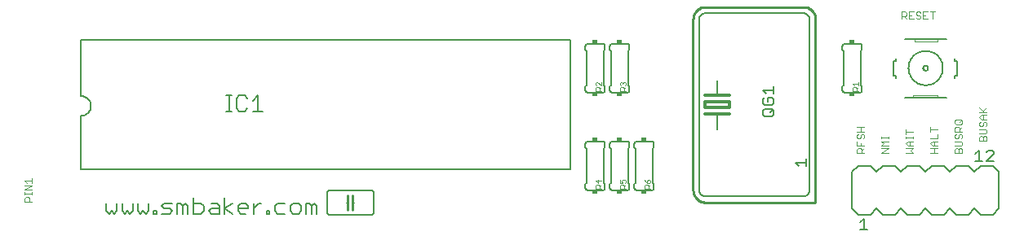
<source format=gto>
G75*
%MOIN*%
%OFA0B0*%
%FSLAX24Y24*%
%IPPOS*%
%LPD*%
%AMOC8*
5,1,8,0,0,1.08239X$1,22.5*
%
%ADD10C,0.0030*%
%ADD11C,0.0060*%
%ADD12C,0.0050*%
%ADD13R,0.0200X0.0150*%
%ADD14C,0.0020*%
%ADD15C,0.0100*%
%ADD16C,0.0120*%
D10*
X000875Y003695D02*
X000875Y003840D01*
X000923Y003888D01*
X001020Y003888D01*
X001068Y003840D01*
X001068Y003695D01*
X001165Y003695D02*
X000875Y003695D01*
X000875Y003990D02*
X000875Y004086D01*
X000875Y004038D02*
X001165Y004038D01*
X001165Y003990D02*
X001165Y004086D01*
X001165Y004186D02*
X000875Y004186D01*
X001165Y004380D01*
X000875Y004380D01*
X000972Y004481D02*
X000875Y004577D01*
X001165Y004577D01*
X001165Y004481D02*
X001165Y004674D01*
X034875Y005695D02*
X034875Y005840D01*
X034923Y005888D01*
X035020Y005888D01*
X035068Y005840D01*
X035068Y005695D01*
X035068Y005792D02*
X035165Y005888D01*
X035165Y005990D02*
X034875Y005990D01*
X034875Y006183D01*
X034923Y006284D02*
X034972Y006284D01*
X035020Y006333D01*
X035020Y006429D01*
X035068Y006478D01*
X035117Y006478D01*
X035165Y006429D01*
X035165Y006333D01*
X035117Y006284D01*
X034923Y006284D02*
X034875Y006333D01*
X034875Y006429D01*
X034923Y006478D01*
X034875Y006579D02*
X035165Y006579D01*
X035020Y006579D02*
X035020Y006772D01*
X034875Y006772D02*
X035165Y006772D01*
X035875Y006381D02*
X035875Y006284D01*
X035875Y006333D02*
X036165Y006333D01*
X036165Y006381D02*
X036165Y006284D01*
X036165Y006183D02*
X035875Y006183D01*
X035972Y006086D01*
X035875Y005990D01*
X036165Y005990D01*
X036165Y005888D02*
X035875Y005888D01*
X035875Y005695D02*
X036165Y005888D01*
X036165Y005695D02*
X035875Y005695D01*
X035165Y005695D02*
X034875Y005695D01*
X035020Y005990D02*
X035020Y006086D01*
X036875Y006086D02*
X036972Y005990D01*
X037165Y005990D01*
X037165Y005888D02*
X036875Y005888D01*
X037020Y005990D02*
X037020Y006183D01*
X036972Y006183D02*
X037165Y006183D01*
X037165Y006284D02*
X037165Y006381D01*
X037165Y006333D02*
X036875Y006333D01*
X036875Y006381D02*
X036875Y006284D01*
X036972Y006183D02*
X036875Y006086D01*
X037068Y005792D02*
X037165Y005888D01*
X037068Y005792D02*
X037165Y005695D01*
X036875Y005695D01*
X037875Y005695D02*
X038165Y005695D01*
X038020Y005695D02*
X038020Y005888D01*
X038020Y005990D02*
X038020Y006183D01*
X037972Y006183D02*
X038165Y006183D01*
X038165Y006284D02*
X037875Y006284D01*
X037972Y006183D02*
X037875Y006086D01*
X037972Y005990D01*
X038165Y005990D01*
X038165Y005888D02*
X037875Y005888D01*
X038875Y005840D02*
X038875Y005695D01*
X039165Y005695D01*
X039165Y005840D01*
X039117Y005888D01*
X039068Y005888D01*
X039020Y005840D01*
X039020Y005695D01*
X039020Y005840D02*
X038972Y005888D01*
X038923Y005888D01*
X038875Y005840D01*
X038875Y005990D02*
X039117Y005990D01*
X039165Y006038D01*
X039165Y006135D01*
X039117Y006183D01*
X038875Y006183D01*
X038923Y006284D02*
X038875Y006333D01*
X038875Y006429D01*
X038923Y006478D01*
X039020Y006429D02*
X039068Y006478D01*
X039117Y006478D01*
X039165Y006429D01*
X039165Y006333D01*
X039117Y006284D01*
X039020Y006333D02*
X039020Y006429D01*
X039020Y006333D02*
X038972Y006284D01*
X038923Y006284D01*
X038875Y006579D02*
X038875Y006724D01*
X038923Y006772D01*
X039020Y006772D01*
X039068Y006724D01*
X039068Y006579D01*
X039068Y006676D02*
X039165Y006772D01*
X039117Y006874D02*
X039165Y006922D01*
X039165Y007019D01*
X039117Y007067D01*
X038923Y007067D01*
X038875Y007019D01*
X038875Y006922D01*
X038923Y006874D01*
X039117Y006874D01*
X039068Y006970D02*
X039165Y007067D01*
X039875Y007176D02*
X039972Y007272D01*
X040165Y007272D01*
X040165Y007374D02*
X039875Y007374D01*
X040020Y007422D02*
X040165Y007567D01*
X040068Y007374D02*
X039875Y007567D01*
X040020Y007272D02*
X040020Y007079D01*
X039972Y007079D02*
X039875Y007176D01*
X039972Y007079D02*
X040165Y007079D01*
X040117Y006978D02*
X040165Y006929D01*
X040165Y006833D01*
X040117Y006784D01*
X040117Y006683D02*
X039875Y006683D01*
X039923Y006784D02*
X039972Y006784D01*
X040020Y006833D01*
X040020Y006929D01*
X040068Y006978D01*
X040117Y006978D01*
X039923Y006978D02*
X039875Y006929D01*
X039875Y006833D01*
X039923Y006784D01*
X040117Y006683D02*
X040165Y006635D01*
X040165Y006538D01*
X040117Y006490D01*
X039875Y006490D01*
X039923Y006388D02*
X039972Y006388D01*
X040020Y006340D01*
X040020Y006195D01*
X040165Y006195D02*
X039875Y006195D01*
X039875Y006340D01*
X039923Y006388D01*
X040020Y006340D02*
X040068Y006388D01*
X040117Y006388D01*
X040165Y006340D01*
X040165Y006195D01*
X039165Y006579D02*
X038875Y006579D01*
X038165Y006676D02*
X037875Y006676D01*
X037875Y006772D02*
X037875Y006579D01*
X038165Y006478D02*
X038165Y006284D01*
X037165Y006577D02*
X036875Y006577D01*
X036875Y006481D02*
X036875Y006674D01*
X036888Y011195D02*
X036792Y011292D01*
X036840Y011292D02*
X036695Y011292D01*
X036695Y011195D02*
X036695Y011485D01*
X036840Y011485D01*
X036888Y011437D01*
X036888Y011340D01*
X036840Y011292D01*
X036990Y011340D02*
X037086Y011340D01*
X036990Y011195D02*
X037183Y011195D01*
X037284Y011243D02*
X037333Y011195D01*
X037429Y011195D01*
X037478Y011243D01*
X037478Y011292D01*
X037429Y011340D01*
X037333Y011340D01*
X037284Y011388D01*
X037284Y011437D01*
X037333Y011485D01*
X037429Y011485D01*
X037478Y011437D01*
X037579Y011485D02*
X037579Y011195D01*
X037772Y011195D01*
X037676Y011340D02*
X037579Y011340D01*
X037579Y011485D02*
X037772Y011485D01*
X037874Y011485D02*
X038067Y011485D01*
X037970Y011485D02*
X037970Y011195D01*
X037183Y011485D02*
X036990Y011485D01*
X036990Y011195D01*
D11*
X004317Y003210D02*
X004210Y003317D01*
X004210Y003637D01*
X004637Y003637D02*
X004637Y003317D01*
X004530Y003210D01*
X004424Y003317D01*
X004317Y003210D01*
X004855Y003317D02*
X004961Y003210D01*
X005068Y003317D01*
X005175Y003210D01*
X005282Y003317D01*
X005282Y003637D01*
X005499Y003637D02*
X005499Y003317D01*
X005606Y003210D01*
X005713Y003317D01*
X005819Y003210D01*
X005926Y003317D01*
X005926Y003637D01*
X006466Y003530D02*
X006573Y003637D01*
X006893Y003637D01*
X007110Y003637D02*
X007217Y003637D01*
X007324Y003530D01*
X007431Y003637D01*
X007538Y003530D01*
X007538Y003210D01*
X007324Y003210D02*
X007324Y003530D01*
X007110Y003637D02*
X007110Y003210D01*
X006893Y003317D02*
X006786Y003424D01*
X006573Y003424D01*
X006466Y003530D01*
X006250Y003317D02*
X006144Y003317D01*
X006144Y003210D01*
X006250Y003210D01*
X006250Y003317D01*
X006466Y003210D02*
X006786Y003210D01*
X006893Y003317D01*
X007755Y003210D02*
X008075Y003210D01*
X008182Y003317D01*
X008182Y003530D01*
X008075Y003637D01*
X007755Y003637D01*
X007755Y003851D02*
X007755Y003210D01*
X008400Y003317D02*
X008506Y003424D01*
X008827Y003424D01*
X008827Y003530D02*
X008827Y003210D01*
X008506Y003210D01*
X008400Y003317D01*
X009044Y003424D02*
X009364Y003637D01*
X009581Y003530D02*
X009688Y003637D01*
X009902Y003637D01*
X010008Y003530D01*
X010008Y003424D01*
X009581Y003424D01*
X009581Y003530D02*
X009581Y003317D01*
X009688Y003210D01*
X009902Y003210D01*
X010226Y003210D02*
X010226Y003637D01*
X010439Y003637D02*
X010546Y003637D01*
X010439Y003637D02*
X010226Y003424D01*
X010763Y003317D02*
X010870Y003317D01*
X010870Y003210D01*
X010763Y003210D01*
X010763Y003317D01*
X011085Y003317D02*
X011192Y003210D01*
X011512Y003210D01*
X011730Y003317D02*
X011837Y003210D01*
X012050Y003210D01*
X012157Y003317D01*
X012157Y003530D01*
X012050Y003637D01*
X011837Y003637D01*
X011730Y003530D01*
X011730Y003317D01*
X012374Y003210D02*
X012374Y003637D01*
X012481Y003637D01*
X012588Y003530D01*
X012695Y003637D01*
X012801Y003530D01*
X012801Y003210D01*
X012588Y003210D02*
X012588Y003530D01*
X013230Y003280D02*
X013230Y004080D01*
X013232Y004097D01*
X013236Y004114D01*
X013243Y004130D01*
X013253Y004144D01*
X013266Y004157D01*
X013280Y004167D01*
X013296Y004174D01*
X013313Y004178D01*
X013330Y004180D01*
X015030Y004180D01*
X015047Y004178D01*
X015064Y004174D01*
X015080Y004167D01*
X015094Y004157D01*
X015107Y004144D01*
X015117Y004130D01*
X015124Y004114D01*
X015128Y004097D01*
X015130Y004080D01*
X015130Y003280D01*
X015128Y003263D01*
X015124Y003246D01*
X015117Y003230D01*
X015107Y003216D01*
X015094Y003203D01*
X015080Y003193D01*
X015064Y003186D01*
X015047Y003182D01*
X015030Y003180D01*
X013330Y003180D01*
X013313Y003182D01*
X013296Y003186D01*
X013280Y003193D01*
X013266Y003203D01*
X013253Y003216D01*
X013243Y003230D01*
X013236Y003246D01*
X013232Y003263D01*
X013230Y003280D01*
X014030Y003680D02*
X014080Y003680D01*
X014280Y003680D02*
X014330Y003680D01*
X011512Y003637D02*
X011192Y003637D01*
X011085Y003530D01*
X011085Y003317D01*
X009364Y003210D02*
X009044Y003424D01*
X009044Y003210D02*
X009044Y003851D01*
X008827Y003530D02*
X008720Y003637D01*
X008506Y003637D01*
X004855Y003637D02*
X004855Y003317D01*
X003180Y005030D02*
X003180Y007230D01*
X003219Y007232D01*
X003258Y007238D01*
X003296Y007247D01*
X003333Y007260D01*
X003369Y007277D01*
X003402Y007297D01*
X003434Y007321D01*
X003463Y007347D01*
X003489Y007376D01*
X003513Y007408D01*
X003533Y007441D01*
X003550Y007477D01*
X003563Y007514D01*
X003572Y007552D01*
X003578Y007591D01*
X003580Y007630D01*
X003578Y007669D01*
X003572Y007708D01*
X003563Y007746D01*
X003550Y007783D01*
X003533Y007819D01*
X003513Y007852D01*
X003489Y007884D01*
X003463Y007913D01*
X003434Y007939D01*
X003402Y007963D01*
X003369Y007983D01*
X003333Y008000D01*
X003296Y008013D01*
X003258Y008022D01*
X003219Y008028D01*
X003180Y008030D01*
X003180Y010330D01*
X023180Y010330D01*
X023180Y005030D01*
X003180Y005030D01*
X009110Y007410D02*
X009324Y007410D01*
X009217Y007410D02*
X009217Y008051D01*
X009110Y008051D02*
X009324Y008051D01*
X009540Y007944D02*
X009540Y007517D01*
X009646Y007410D01*
X009860Y007410D01*
X009967Y007517D01*
X010184Y007410D02*
X010611Y007410D01*
X010398Y007410D02*
X010398Y008051D01*
X010184Y007837D01*
X009967Y007944D02*
X009860Y008051D01*
X009646Y008051D01*
X009540Y007944D01*
X023780Y008280D02*
X023780Y008430D01*
X023830Y008480D01*
X023830Y009880D01*
X023780Y009930D01*
X023780Y010080D01*
X023782Y010097D01*
X023786Y010114D01*
X023793Y010130D01*
X023803Y010144D01*
X023816Y010157D01*
X023830Y010167D01*
X023846Y010174D01*
X023863Y010178D01*
X023880Y010180D01*
X024480Y010180D01*
X024497Y010178D01*
X024514Y010174D01*
X024530Y010167D01*
X024544Y010157D01*
X024557Y010144D01*
X024567Y010130D01*
X024574Y010114D01*
X024578Y010097D01*
X024580Y010080D01*
X024580Y009930D01*
X024530Y009880D01*
X024530Y008480D01*
X024580Y008430D01*
X024580Y008280D01*
X024578Y008263D01*
X024574Y008246D01*
X024567Y008230D01*
X024557Y008216D01*
X024544Y008203D01*
X024530Y008193D01*
X024514Y008186D01*
X024497Y008182D01*
X024480Y008180D01*
X023880Y008180D01*
X023863Y008182D01*
X023846Y008186D01*
X023830Y008193D01*
X023816Y008203D01*
X023803Y008216D01*
X023793Y008230D01*
X023786Y008246D01*
X023782Y008263D01*
X023780Y008280D01*
X024780Y008280D02*
X024780Y008430D01*
X024830Y008480D01*
X024830Y009880D01*
X024780Y009930D01*
X024780Y010080D01*
X024782Y010097D01*
X024786Y010114D01*
X024793Y010130D01*
X024803Y010144D01*
X024816Y010157D01*
X024830Y010167D01*
X024846Y010174D01*
X024863Y010178D01*
X024880Y010180D01*
X025480Y010180D01*
X025497Y010178D01*
X025514Y010174D01*
X025530Y010167D01*
X025544Y010157D01*
X025557Y010144D01*
X025567Y010130D01*
X025574Y010114D01*
X025578Y010097D01*
X025580Y010080D01*
X025580Y009930D01*
X025530Y009880D01*
X025530Y008480D01*
X025580Y008430D01*
X025580Y008280D01*
X025578Y008263D01*
X025574Y008246D01*
X025567Y008230D01*
X025557Y008216D01*
X025544Y008203D01*
X025530Y008193D01*
X025514Y008186D01*
X025497Y008182D01*
X025480Y008180D01*
X024880Y008180D01*
X024863Y008182D01*
X024846Y008186D01*
X024830Y008193D01*
X024816Y008203D01*
X024803Y008216D01*
X024793Y008230D01*
X024786Y008246D01*
X024782Y008263D01*
X024780Y008280D01*
X029180Y008050D02*
X029180Y008680D01*
X029180Y007310D02*
X029180Y006680D01*
X026580Y006080D02*
X026580Y005930D01*
X026530Y005880D01*
X026530Y004480D01*
X026580Y004430D01*
X026580Y004280D01*
X026578Y004263D01*
X026574Y004246D01*
X026567Y004230D01*
X026557Y004216D01*
X026544Y004203D01*
X026530Y004193D01*
X026514Y004186D01*
X026497Y004182D01*
X026480Y004180D01*
X025880Y004180D01*
X025863Y004182D01*
X025846Y004186D01*
X025830Y004193D01*
X025816Y004203D01*
X025803Y004216D01*
X025793Y004230D01*
X025786Y004246D01*
X025782Y004263D01*
X025780Y004280D01*
X025780Y004430D01*
X025830Y004480D01*
X025830Y005880D01*
X025780Y005930D01*
X025780Y006080D01*
X025782Y006097D01*
X025786Y006114D01*
X025793Y006130D01*
X025803Y006144D01*
X025816Y006157D01*
X025830Y006167D01*
X025846Y006174D01*
X025863Y006178D01*
X025880Y006180D01*
X026480Y006180D01*
X026497Y006178D01*
X026514Y006174D01*
X026530Y006167D01*
X026544Y006157D01*
X026557Y006144D01*
X026567Y006130D01*
X026574Y006114D01*
X026578Y006097D01*
X026580Y006080D01*
X025580Y006080D02*
X025580Y005930D01*
X025530Y005880D01*
X025530Y004480D01*
X025580Y004430D01*
X025580Y004280D01*
X025578Y004263D01*
X025574Y004246D01*
X025567Y004230D01*
X025557Y004216D01*
X025544Y004203D01*
X025530Y004193D01*
X025514Y004186D01*
X025497Y004182D01*
X025480Y004180D01*
X024880Y004180D01*
X024863Y004182D01*
X024846Y004186D01*
X024830Y004193D01*
X024816Y004203D01*
X024803Y004216D01*
X024793Y004230D01*
X024786Y004246D01*
X024782Y004263D01*
X024780Y004280D01*
X024780Y004430D01*
X024830Y004480D01*
X024830Y005880D01*
X024780Y005930D01*
X024780Y006080D01*
X024782Y006097D01*
X024786Y006114D01*
X024793Y006130D01*
X024803Y006144D01*
X024816Y006157D01*
X024830Y006167D01*
X024846Y006174D01*
X024863Y006178D01*
X024880Y006180D01*
X025480Y006180D01*
X025497Y006178D01*
X025514Y006174D01*
X025530Y006167D01*
X025544Y006157D01*
X025557Y006144D01*
X025567Y006130D01*
X025574Y006114D01*
X025578Y006097D01*
X025580Y006080D01*
X024580Y006080D02*
X024580Y005930D01*
X024530Y005880D01*
X024530Y004480D01*
X024580Y004430D01*
X024580Y004280D01*
X024578Y004263D01*
X024574Y004246D01*
X024567Y004230D01*
X024557Y004216D01*
X024544Y004203D01*
X024530Y004193D01*
X024514Y004186D01*
X024497Y004182D01*
X024480Y004180D01*
X023880Y004180D01*
X023863Y004182D01*
X023846Y004186D01*
X023830Y004193D01*
X023816Y004203D01*
X023803Y004216D01*
X023793Y004230D01*
X023786Y004246D01*
X023782Y004263D01*
X023780Y004280D01*
X023780Y004430D01*
X023830Y004480D01*
X023830Y005880D01*
X023780Y005930D01*
X023780Y006080D01*
X023782Y006097D01*
X023786Y006114D01*
X023793Y006130D01*
X023803Y006144D01*
X023816Y006157D01*
X023830Y006167D01*
X023846Y006174D01*
X023863Y006178D01*
X023880Y006180D01*
X024480Y006180D01*
X024497Y006178D01*
X024514Y006174D01*
X024530Y006167D01*
X024544Y006157D01*
X024557Y006144D01*
X024567Y006130D01*
X024574Y006114D01*
X024578Y006097D01*
X024580Y006080D01*
X028430Y004180D02*
X028430Y011180D01*
X028432Y011210D01*
X028437Y011240D01*
X028446Y011269D01*
X028459Y011296D01*
X028474Y011322D01*
X028493Y011346D01*
X028514Y011367D01*
X028538Y011386D01*
X028564Y011401D01*
X028591Y011414D01*
X028620Y011423D01*
X028650Y011428D01*
X028680Y011430D01*
X032680Y011430D01*
X032710Y011428D01*
X032740Y011423D01*
X032769Y011414D01*
X032796Y011401D01*
X032822Y011386D01*
X032846Y011367D01*
X032867Y011346D01*
X032886Y011322D01*
X032901Y011296D01*
X032914Y011269D01*
X032923Y011240D01*
X032928Y011210D01*
X032930Y011180D01*
X032930Y004180D01*
X032928Y004150D01*
X032923Y004120D01*
X032914Y004091D01*
X032901Y004064D01*
X032886Y004038D01*
X032867Y004014D01*
X032846Y003993D01*
X032822Y003974D01*
X032796Y003959D01*
X032769Y003946D01*
X032740Y003937D01*
X032710Y003932D01*
X032680Y003930D01*
X028680Y003930D01*
X028650Y003932D01*
X028620Y003937D01*
X028591Y003946D01*
X028564Y003959D01*
X028538Y003974D01*
X028514Y003993D01*
X028493Y004014D01*
X028474Y004038D01*
X028459Y004064D01*
X028446Y004091D01*
X028437Y004120D01*
X028432Y004150D01*
X028430Y004180D01*
X034680Y003430D02*
X034930Y003180D01*
X035430Y003180D01*
X035680Y003430D01*
X035930Y003180D01*
X036430Y003180D01*
X036680Y003430D01*
X036930Y003180D01*
X037430Y003180D01*
X037680Y003430D01*
X037930Y003180D01*
X038430Y003180D01*
X038680Y003430D01*
X038930Y003180D01*
X039430Y003180D01*
X039680Y003430D01*
X039930Y003180D01*
X040430Y003180D01*
X040680Y003430D01*
X040680Y004930D01*
X040430Y005180D01*
X039930Y005180D01*
X039680Y004930D01*
X039430Y005180D01*
X038930Y005180D01*
X038680Y004930D01*
X038430Y005180D01*
X037930Y005180D01*
X037680Y004930D01*
X037430Y005180D01*
X036930Y005180D01*
X036680Y004930D01*
X036430Y005180D01*
X035930Y005180D01*
X035680Y004930D01*
X035430Y005180D01*
X034930Y005180D01*
X034680Y004930D01*
X034680Y003430D01*
X036830Y007980D02*
X037180Y007980D01*
X038180Y007980D01*
X038530Y007980D01*
X038880Y008780D02*
X038880Y008880D01*
X038980Y008880D01*
X038980Y009480D01*
X038880Y009480D01*
X038880Y009580D01*
X037580Y009180D02*
X037582Y009200D01*
X037588Y009218D01*
X037597Y009236D01*
X037609Y009251D01*
X037624Y009263D01*
X037642Y009272D01*
X037660Y009278D01*
X037680Y009280D01*
X037700Y009278D01*
X037718Y009272D01*
X037736Y009263D01*
X037751Y009251D01*
X037763Y009236D01*
X037772Y009218D01*
X037778Y009200D01*
X037780Y009180D01*
X037778Y009160D01*
X037772Y009142D01*
X037763Y009124D01*
X037751Y009109D01*
X037736Y009097D01*
X037718Y009088D01*
X037700Y009082D01*
X037680Y009080D01*
X037660Y009082D01*
X037642Y009088D01*
X037624Y009097D01*
X037609Y009109D01*
X037597Y009124D01*
X037588Y009142D01*
X037582Y009160D01*
X037580Y009180D01*
X036980Y009180D02*
X036982Y009232D01*
X036988Y009284D01*
X036998Y009336D01*
X037011Y009386D01*
X037028Y009436D01*
X037049Y009484D01*
X037074Y009530D01*
X037102Y009574D01*
X037133Y009616D01*
X037167Y009656D01*
X037204Y009693D01*
X037244Y009727D01*
X037286Y009758D01*
X037330Y009786D01*
X037376Y009811D01*
X037424Y009832D01*
X037474Y009849D01*
X037524Y009862D01*
X037576Y009872D01*
X037628Y009878D01*
X037680Y009880D01*
X037732Y009878D01*
X037784Y009872D01*
X037836Y009862D01*
X037886Y009849D01*
X037936Y009832D01*
X037984Y009811D01*
X038030Y009786D01*
X038074Y009758D01*
X038116Y009727D01*
X038156Y009693D01*
X038193Y009656D01*
X038227Y009616D01*
X038258Y009574D01*
X038286Y009530D01*
X038311Y009484D01*
X038332Y009436D01*
X038349Y009386D01*
X038362Y009336D01*
X038372Y009284D01*
X038378Y009232D01*
X038380Y009180D01*
X038378Y009128D01*
X038372Y009076D01*
X038362Y009024D01*
X038349Y008974D01*
X038332Y008924D01*
X038311Y008876D01*
X038286Y008830D01*
X038258Y008786D01*
X038227Y008744D01*
X038193Y008704D01*
X038156Y008667D01*
X038116Y008633D01*
X038074Y008602D01*
X038030Y008574D01*
X037984Y008549D01*
X037936Y008528D01*
X037886Y008511D01*
X037836Y008498D01*
X037784Y008488D01*
X037732Y008482D01*
X037680Y008480D01*
X037628Y008482D01*
X037576Y008488D01*
X037524Y008498D01*
X037474Y008511D01*
X037424Y008528D01*
X037376Y008549D01*
X037330Y008574D01*
X037286Y008602D01*
X037244Y008633D01*
X037204Y008667D01*
X037167Y008704D01*
X037133Y008744D01*
X037102Y008786D01*
X037074Y008830D01*
X037049Y008876D01*
X037028Y008924D01*
X037011Y008974D01*
X036998Y009024D01*
X036988Y009076D01*
X036982Y009128D01*
X036980Y009180D01*
X036480Y008880D02*
X036380Y008880D01*
X036380Y009480D01*
X036480Y009480D01*
X036480Y009580D01*
X035080Y009930D02*
X035080Y010080D01*
X035078Y010097D01*
X035074Y010114D01*
X035067Y010130D01*
X035057Y010144D01*
X035044Y010157D01*
X035030Y010167D01*
X035014Y010174D01*
X034997Y010178D01*
X034980Y010180D01*
X034380Y010180D01*
X034363Y010178D01*
X034346Y010174D01*
X034330Y010167D01*
X034316Y010157D01*
X034303Y010144D01*
X034293Y010130D01*
X034286Y010114D01*
X034282Y010097D01*
X034280Y010080D01*
X034280Y009930D01*
X034330Y009880D01*
X034330Y008480D01*
X034280Y008430D01*
X034280Y008280D01*
X034282Y008263D01*
X034286Y008246D01*
X034293Y008230D01*
X034303Y008216D01*
X034316Y008203D01*
X034330Y008193D01*
X034346Y008186D01*
X034363Y008182D01*
X034380Y008180D01*
X034980Y008180D01*
X034997Y008182D01*
X035014Y008186D01*
X035030Y008193D01*
X035044Y008203D01*
X035057Y008216D01*
X035067Y008230D01*
X035074Y008246D01*
X035078Y008263D01*
X035080Y008280D01*
X035080Y008430D01*
X035030Y008480D01*
X035030Y009880D01*
X035080Y009930D01*
X036830Y010380D02*
X037230Y010380D01*
X038180Y010380D01*
X038530Y010380D01*
X036480Y008880D02*
X036480Y008780D01*
D12*
X031465Y008426D02*
X031465Y008126D01*
X031465Y008276D02*
X031015Y008276D01*
X031165Y008126D01*
X031240Y007966D02*
X031240Y007816D01*
X031240Y007966D02*
X031390Y007966D01*
X031465Y007891D01*
X031465Y007740D01*
X031390Y007665D01*
X031090Y007665D01*
X031015Y007740D01*
X031015Y007891D01*
X031090Y007966D01*
X031090Y007505D02*
X031390Y007505D01*
X031465Y007430D01*
X031465Y007280D01*
X031390Y007205D01*
X031090Y007205D01*
X031015Y007280D01*
X031015Y007430D01*
X031090Y007505D01*
X031315Y007355D02*
X031465Y007505D01*
X032805Y005455D02*
X032805Y005155D01*
X032805Y005305D02*
X032355Y005305D01*
X032505Y005155D01*
X035005Y002855D02*
X035155Y003005D01*
X035155Y002555D01*
X035005Y002555D02*
X035305Y002555D01*
X039705Y005355D02*
X040005Y005355D01*
X039855Y005355D02*
X039855Y005805D01*
X039705Y005655D01*
X040165Y005730D02*
X040240Y005805D01*
X040391Y005805D01*
X040466Y005730D01*
X040466Y005655D01*
X040165Y005355D01*
X040466Y005355D01*
D13*
X034680Y008105D03*
X034680Y010255D03*
X025180Y010255D03*
X024180Y010255D03*
X024180Y008105D03*
X025180Y008105D03*
X025180Y006255D03*
X024180Y006255D03*
X026180Y006255D03*
X026180Y004105D03*
X025180Y004105D03*
X024180Y004105D03*
D14*
X024200Y004248D02*
X024200Y004358D01*
X024237Y004395D01*
X024310Y004395D01*
X024347Y004358D01*
X024347Y004248D01*
X024420Y004248D02*
X024200Y004248D01*
X024347Y004321D02*
X024420Y004395D01*
X024310Y004469D02*
X024310Y004616D01*
X024420Y004579D02*
X024200Y004579D01*
X024310Y004469D01*
X025200Y004469D02*
X025310Y004469D01*
X025273Y004542D01*
X025273Y004579D01*
X025310Y004616D01*
X025383Y004616D01*
X025420Y004579D01*
X025420Y004506D01*
X025383Y004469D01*
X025420Y004395D02*
X025347Y004321D01*
X025347Y004358D02*
X025347Y004248D01*
X025420Y004248D02*
X025200Y004248D01*
X025200Y004358D01*
X025237Y004395D01*
X025310Y004395D01*
X025347Y004358D01*
X025200Y004469D02*
X025200Y004616D01*
X026200Y004616D02*
X026237Y004542D01*
X026310Y004469D01*
X026310Y004579D01*
X026347Y004616D01*
X026383Y004616D01*
X026420Y004579D01*
X026420Y004506D01*
X026383Y004469D01*
X026310Y004469D01*
X026310Y004395D02*
X026347Y004358D01*
X026347Y004248D01*
X026420Y004248D02*
X026200Y004248D01*
X026200Y004358D01*
X026237Y004395D01*
X026310Y004395D01*
X026347Y004321D02*
X026420Y004395D01*
X037180Y007980D02*
X037180Y008080D01*
X038180Y008080D01*
X038180Y007980D01*
X034920Y008248D02*
X034700Y008248D01*
X034700Y008358D01*
X034737Y008395D01*
X034810Y008395D01*
X034847Y008358D01*
X034847Y008248D01*
X034847Y008321D02*
X034920Y008395D01*
X034920Y008469D02*
X034920Y008616D01*
X034920Y008542D02*
X034700Y008542D01*
X034773Y008469D01*
X037230Y010280D02*
X037230Y010380D01*
X037230Y010280D02*
X038180Y010280D01*
X038180Y010380D01*
X025420Y008579D02*
X025420Y008506D01*
X025383Y008469D01*
X025420Y008395D02*
X025347Y008321D01*
X025347Y008358D02*
X025347Y008248D01*
X025420Y008248D02*
X025200Y008248D01*
X025200Y008358D01*
X025237Y008395D01*
X025310Y008395D01*
X025347Y008358D01*
X025237Y008469D02*
X025200Y008506D01*
X025200Y008579D01*
X025237Y008616D01*
X025273Y008616D01*
X025310Y008579D01*
X025347Y008616D01*
X025383Y008616D01*
X025420Y008579D01*
X025310Y008579D02*
X025310Y008542D01*
X024420Y008469D02*
X024273Y008616D01*
X024237Y008616D01*
X024200Y008579D01*
X024200Y008506D01*
X024237Y008469D01*
X024237Y008395D02*
X024310Y008395D01*
X024347Y008358D01*
X024347Y008248D01*
X024420Y008248D02*
X024200Y008248D01*
X024200Y008358D01*
X024237Y008395D01*
X024347Y008321D02*
X024420Y008395D01*
X024420Y008469D02*
X024420Y008616D01*
D15*
X028180Y011180D02*
X028180Y004180D01*
X028182Y004136D01*
X028188Y004093D01*
X028197Y004051D01*
X028210Y004009D01*
X028227Y003969D01*
X028247Y003930D01*
X028270Y003893D01*
X028297Y003859D01*
X028326Y003826D01*
X028359Y003797D01*
X028393Y003770D01*
X028430Y003747D01*
X028469Y003727D01*
X028509Y003710D01*
X028551Y003697D01*
X028593Y003688D01*
X028636Y003682D01*
X028680Y003680D01*
X033180Y003680D01*
X033180Y011180D01*
X033178Y011224D01*
X033172Y011267D01*
X033163Y011309D01*
X033150Y011351D01*
X033133Y011391D01*
X033113Y011430D01*
X033090Y011467D01*
X033063Y011501D01*
X033034Y011534D01*
X033001Y011563D01*
X032967Y011590D01*
X032930Y011613D01*
X032891Y011633D01*
X032851Y011650D01*
X032809Y011663D01*
X032767Y011672D01*
X032724Y011678D01*
X032680Y011680D01*
X028680Y011680D01*
X028636Y011678D01*
X028593Y011672D01*
X028551Y011663D01*
X028509Y011650D01*
X028469Y011633D01*
X028430Y011613D01*
X028393Y011590D01*
X028359Y011563D01*
X028326Y011534D01*
X028297Y011501D01*
X028270Y011467D01*
X028247Y011430D01*
X028227Y011391D01*
X028210Y011351D01*
X028197Y011309D01*
X028188Y011267D01*
X028182Y011224D01*
X028180Y011180D01*
X014280Y003980D02*
X014280Y003680D01*
X014280Y003380D01*
X014080Y003380D02*
X014080Y003680D01*
X014080Y003980D01*
D16*
X028680Y007310D02*
X029180Y007310D01*
X029680Y007310D01*
X029680Y007550D02*
X028680Y007550D01*
X028680Y007800D01*
X029680Y007800D01*
X029680Y007550D01*
X029680Y008050D02*
X029180Y008050D01*
X028680Y008050D01*
M02*

</source>
